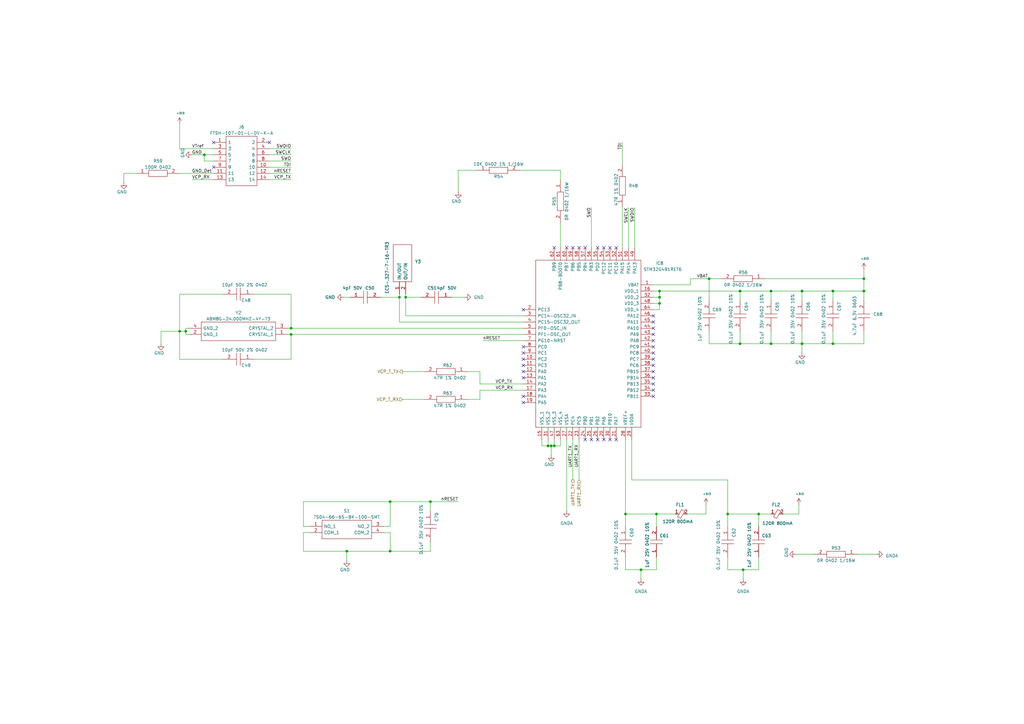
<source format=kicad_sch>
(kicad_sch (version 20230121) (generator eeschema)
  (paper "A3")
  (lib_symbols
    (symbol "AC0402FR-0710KL_1" (pin_names (offset 0.762))
      (property "Reference" "R" (at 13.97 6.35 0))
      (property "Value" "AC0402FR-0710KL_1" (at 13.97 3.81 0))
      (symbol "AC0402FR-0710KL_1_0_0"
        (pin passive line (at 0 0 0) (length 5.08) (name "~") (number "1"))
        (pin passive line (at 17.78 0 180) (length 5.08) (name "~") (number "2"))
      )
    )
    (symbol "power:+3V3" (power) (pin_names (offset 0))
      (property "Value" "+3V3" (at 0 3.556 0))
      (symbol "+3V3_1_1"
        (pin power_in line (at 0 0 90) (length 0) hide (name "+3V3") (number "1"))
      )
    )
    (symbol "power:GND" (power) (pin_names (offset 0))
      (property "Value" "GND" (at 0 -3.81 0))
      (symbol "GND_1_1"
        (pin power_in line (at 0 0 270) (length 0) hide (name "GND") (number "1"))
      )
    )
    (symbol "power:GNDA" (power) (pin_names (offset 0))
      (property "Value" "GNDA" (at 0 -3.81 0))
      (symbol "GNDA_1_1"
        (pin power_in line (at 0 0 270) (length 0) hide (name "GNDA") (number "1"))
      )
    )
    (symbol "usb_to_lan:47R 1% 0402" (pin_names (offset 0.762))
      (property "Reference" "R" (at 13.97 6.35 0))
      (property "Value" "47R 1% 0402" (at 13.97 3.81 0))
      (symbol "47R 1% 0402_0_0"
        (pin passive line (at 0 0 0) (length 5.08) (name "~") (number "1"))
        (pin passive line (at 17.78 0 180) (length 5.08) (name "~") (number "2"))
      )
    )
    (symbol "usb_to_lan:4pF 50V" (pin_names (offset 0.762))
      (property "Reference" "C" (at 8.89 6.35 0))
      (property "Value" "4pF 50V" (at 8.89 3.81 0))
      (symbol "4pF 50V_0_0"
        (pin passive line (at 0 0 0) (length 5.08) (name "~") (number "1"))
        (pin passive line (at 12.7 0 180) (length 5.08) (name "~") (number "2"))
      )
    )
    (symbol "usb_to_lan:ABM8G-24.000MHZ-4Y-T3" (pin_names (offset 0.762))
      (property "Reference" "Y" (at 36.83 7.62 0))
      (property "Value" "ABM8G-24.000MHZ-4Y-T3" (at 36.83 5.08 0))
      (symbol "ABM8G-24.000MHZ-4Y-T3_0_0"
        (pin passive line (at 40.64 -2.54 180) (length 5.08) (name "CRYSTAL_1") (number "1"))
        (pin passive line (at 0 -2.54 0) (length 5.08) (name "GND_1") (number "2"))
        (pin passive line (at 40.64 0 180) (length 5.08) (name "CRYSTAL_2") (number "3"))
        (pin passive line (at 0 0 0) (length 5.08) (name "GND_2") (number "4"))
      )
    )
    (symbol "usb_to_lan:BLM18AG121SN1D" (pin_names (offset 0.762))
      (property "Reference" "FL" (at 16.51 7.62 0))
      (property "Value" "BLM18AG121SN1D" (at 16.51 5.08 0))
      (symbol "BLM18AG121SN1D_1_1"
        (pin passive line (at 11.9888 3.5306 270) (length 1.27) (name "~") (number "1"))
        (pin passive line (at 11.9888 -1.5494 90) (length 1.27) (name "~") (number "2"))
      )
    )
    (symbol "usb_to_lan:CGA2B3X7R1V104K050BB" (pin_names (offset 0.762))
      (property "Reference" "C" (at 8.89 6.35 0))
      (property "Value" "CGA2B3X7R1V104K050BB" (at 8.89 3.81 0))
      (symbol "CGA2B3X7R1V104K050BB_0_0"
        (pin passive line (at 0 0 0) (length 5.08) (name "~") (number "1"))
        (pin passive line (at 12.7 0 180) (length 5.08) (name "~") (number "2"))
      )
    )
    (symbol "usb_to_lan:CRCW04020000ZSTD" (pin_names (offset 0.762))
      (property "Reference" "R" (at 13.97 6.35 0))
      (property "Value" "CRCW04020000ZSTD" (at 13.97 3.81 0))
      (symbol "CRCW04020000ZSTD_0_0"
        (pin passive line (at 0 0 0) (length 5.08) (name "~") (number "1"))
        (pin passive line (at 17.78 0 180) (length 5.08) (name "~") (number "2"))
      )
    )
    (symbol "usb_to_lan:CRCW0402100RFKEDC" (pin_names (offset 0.762))
      (property "Reference" "R" (at 13.97 6.35 0))
      (property "Value" "CRCW0402100RFKEDC" (at 13.97 3.81 0))
      (symbol "CRCW0402100RFKEDC_0_0"
        (pin passive line (at 0 0 0) (length 5.08) (name "~") (number "1"))
        (pin passive line (at 17.78 0 180) (length 5.08) (name "~") (number "2"))
      )
    )
    (symbol "usb_to_lan:ECS-.327-7-16-TR3" (pin_names (offset 0.762))
      (property "Reference" "Y" (at 21.59 7.62 0))
      (property "Value" "ECS-.327-7-16-TR3" (at 21.59 5.08 0))
      (symbol "ECS-.327-7-16-TR3_0_0"
        (pin passive line (at 0 0 0) (length 5.08) (name "IN/OUT") (number "1"))
        (pin passive line (at 0 -2.54 0) (length 5.08) (name "OUT/IN") (number "2"))
      )
    )
    (symbol "usb_to_lan:FTSH-107-01-L-DV-K-A" (pin_names (offset 0.762))
      (property "Reference" "J" (at 19.05 7.62 0))
      (property "Value" "FTSH-107-01-L-DV-K-A" (at 19.05 5.08 0))
      (symbol "FTSH-107-01-L-DV-K-A_0_0"
        (pin passive line (at 0 0 0) (length 5.08) (name "1") (number "1"))
        (pin passive line (at 22.86 -10.16 180) (length 5.08) (name "10") (number "10"))
        (pin passive line (at 0 -12.7 0) (length 5.08) (name "11") (number "11"))
        (pin passive line (at 22.86 -12.7 180) (length 5.08) (name "12") (number "12"))
        (pin passive line (at 0 -15.24 0) (length 5.08) (name "13") (number "13"))
        (pin passive line (at 22.86 -15.24 180) (length 5.08) (name "14") (number "14"))
        (pin passive line (at 22.86 0 180) (length 5.08) (name "2") (number "2"))
        (pin passive line (at 0 -2.54 0) (length 5.08) (name "3") (number "3"))
        (pin passive line (at 22.86 -2.54 180) (length 5.08) (name "4") (number "4"))
        (pin passive line (at 0 -5.08 0) (length 5.08) (name "5") (number "5"))
        (pin passive line (at 22.86 -5.08 180) (length 5.08) (name "6") (number "6"))
        (pin passive line (at 0 -7.62 0) (length 5.08) (name "7") (number "7"))
        (pin passive line (at 22.86 -7.62 180) (length 5.08) (name "8") (number "8"))
        (pin passive line (at 0 -10.16 0) (length 5.08) (name "9") (number "9"))
      )
    )
    (symbol "usb_to_lan:GJM1555C1H100GB01D" (pin_names (offset 0.762))
      (property "Reference" "C" (at 8.89 6.35 0))
      (property "Value" "GJM1555C1H100GB01D" (at 8.89 3.81 0))
      (symbol "GJM1555C1H100GB01D_0_0"
        (pin passive line (at 0 0 0) (length 5.08) (name "~") (number "1"))
        (pin passive line (at 12.7 0 180) (length 5.08) (name "~") (number "2"))
      )
    )
    (symbol "usb_to_lan:GRM155R61E105KA12D" (pin_names (offset 0.762))
      (property "Reference" "C" (at 8.89 6.35 0))
      (property "Value" "GRM155R61E105KA12D" (at 8.89 3.81 0))
      (symbol "GRM155R61E105KA12D_0_0"
        (pin passive line (at 0 0 0) (length 5.08) (name "~") (number "1"))
        (pin passive line (at 12.7 0 180) (length 5.08) (name "~") (number "2"))
      )
    )
    (symbol "usb_to_lan:JMK107BB7475KA-T" (pin_names (offset 0.762))
      (property "Reference" "C" (at 8.89 6.35 0))
      (property "Value" "JMK107BB7475KA-T" (at 8.89 3.81 0))
      (symbol "JMK107BB7475KA-T_0_0"
        (pin passive line (at 0 0 0) (length 5.08) (name "~") (number "1"))
        (pin passive line (at 12.7 0 180) (length 5.08) (name "~") (number "2"))
      )
    )
    (symbol "usb_to_lan:STM32G491RET6" (pin_names (offset 0.762))
      (property "Reference" "IC" (at 49.53 22.86 0))
      (property "Value" "STM32G491RET6" (at 49.53 20.32 0))
      (symbol "STM32G491RET6_0_0"
        (pin passive line (at 53.34 7.62 180) (length 5.08) (name "VBAT") (number "1"))
        (pin passive line (at 0 -22.86 0) (length 5.08) (name "PC2") (number "10"))
        (pin passive line (at 0 -25.4 0) (length 5.08) (name "PC3") (number "11"))
        (pin passive line (at 0 -27.94 0) (length 5.08) (name "PA0") (number "12"))
        (pin passive line (at 0 -30.48 0) (length 5.08) (name "PA1") (number "13"))
        (pin passive line (at 0 -33.02 0) (length 5.08) (name "PA2") (number "14"))
        (pin passive line (at 7.62 -55.88 90) (length 5.08) (name "VSS_1") (number "15"))
        (pin passive line (at 53.34 5.08 180) (length 5.08) (name "VDD_1") (number "16"))
        (pin passive line (at 0 -35.56 0) (length 5.08) (name "PA3") (number "17"))
        (pin passive line (at 0 -38.1 0) (length 5.08) (name "PA4") (number "18"))
        (pin passive line (at 0 -40.64 0) (length 5.08) (name "PA5") (number "19"))
        (pin passive line (at 0 -2.54 0) (length 5.08) (name "PC13") (number "2"))
        (pin passive line (at 33.02 -55.88 90) (length 5.08) (name "PA6") (number "20"))
        (pin passive line (at 38.1 -55.88 90) (length 5.08) (name "PA7") (number "21"))
        (pin passive line (at 20.32 -55.88 90) (length 5.08) (name "PC4") (number "22"))
        (pin passive line (at 22.86 -55.88 90) (length 5.08) (name "PC5") (number "23"))
        (pin passive line (at 25.4 -55.88 90) (length 5.08) (name "PB0") (number "24"))
        (pin passive line (at 27.94 -55.88 90) (length 5.08) (name "PB1") (number "25"))
        (pin passive line (at 30.48 -55.88 90) (length 5.08) (name "PB2") (number "26"))
        (pin passive line (at 17.78 -55.88 90) (length 5.08) (name "VSSA") (number "27"))
        (pin passive line (at 41.91 -55.88 90) (length 5.08) (name "VREF+") (number "28"))
        (pin passive line (at 44.45 -55.88 90) (length 5.08) (name "VDDA") (number "29"))
        (pin passive line (at 0 -5.08 0) (length 5.08) (name "PC14-OSC32_IN") (number "3"))
        (pin passive line (at 35.56 -55.88 90) (length 5.08) (name "PB10") (number "30"))
        (pin passive line (at 10.16 -55.88 90) (length 5.08) (name "VSS_2") (number "31"))
        (pin passive line (at 53.34 2.54 180) (length 5.08) (name "VDD_2") (number "32"))
        (pin passive line (at 53.34 -38.1 180) (length 5.08) (name "PB11") (number "33"))
        (pin passive line (at 53.34 -35.56 180) (length 5.08) (name "PB12") (number "34"))
        (pin passive line (at 53.34 -33.02 180) (length 5.08) (name "PB13") (number "35"))
        (pin passive line (at 53.34 -30.48 180) (length 5.08) (name "PB14") (number "36"))
        (pin passive line (at 53.34 -27.94 180) (length 5.08) (name "PB15") (number "37"))
        (pin passive line (at 53.34 -25.4 180) (length 5.08) (name "PC6") (number "38"))
        (pin passive line (at 53.34 -22.86 180) (length 5.08) (name "PC7") (number "39"))
        (pin passive line (at 0 -7.62 0) (length 5.08) (name "PC15-OSC32_OUT") (number "4"))
        (pin passive line (at 53.34 -20.32 180) (length 5.08) (name "PC8") (number "40"))
        (pin passive line (at 53.34 -17.78 180) (length 5.08) (name "PC9") (number "41"))
        (pin passive line (at 53.34 -15.24 180) (length 5.08) (name "PA8") (number "42"))
        (pin passive line (at 53.34 -12.7 180) (length 5.08) (name "PA9") (number "43"))
        (pin passive line (at 53.34 -10.16 180) (length 5.08) (name "PA10") (number "44"))
        (pin passive line (at 53.34 -7.62 180) (length 5.08) (name "PA11") (number "45"))
        (pin passive line (at 53.34 -5.08 180) (length 5.08) (name "PA12") (number "46"))
        (pin passive line (at 12.7 -55.88 90) (length 5.08) (name "VSS_3") (number "47"))
        (pin passive line (at 53.34 0 180) (length 5.08) (name "VDD_3") (number "48"))
        (pin passive line (at 45.72 22.86 270) (length 5.08) (name "PA13") (number "49"))
        (pin passive line (at 0 -10.16 0) (length 5.08) (name "PF0-OSC_IN") (number "5"))
        (pin passive line (at 43.18 22.86 270) (length 5.08) (name "PA14") (number "50"))
        (pin passive line (at 40.64 22.86 270) (length 5.08) (name "PA15") (number "51"))
        (pin passive line (at 38.1 22.86 270) (length 5.08) (name "PC10") (number "52"))
        (pin passive line (at 35.56 22.86 270) (length 5.08) (name "PC11") (number "53"))
        (pin passive line (at 33.02 22.86 270) (length 5.08) (name "PC12") (number "54"))
        (pin passive line (at 30.48 22.86 270) (length 5.08) (name "PD2") (number "55"))
        (pin passive line (at 27.94 22.86 270) (length 5.08) (name "PB3") (number "56"))
        (pin passive line (at 25.4 22.86 270) (length 5.08) (name "PB4") (number "57"))
        (pin passive line (at 22.86 22.86 270) (length 5.08) (name "PB5") (number "58"))
        (pin passive line (at 20.32 22.86 270) (length 5.08) (name "PB6") (number "59"))
        (pin passive line (at 0 -12.7 0) (length 5.08) (name "PF1-OSC_OUT") (number "6"))
        (pin passive line (at 17.78 22.86 270) (length 5.08) (name "PB7") (number "60"))
        (pin passive line (at 15.24 22.86 270) (length 5.08) (name "PB8-BOOT0") (number "61"))
        (pin passive line (at 12.7 22.86 270) (length 5.08) (name "PB9") (number "62"))
        (pin passive line (at 15.24 -55.88 90) (length 5.08) (name "VSS_4") (number "63"))
        (pin passive line (at 53.34 -2.54 180) (length 5.08) (name "VDD_4") (number "64"))
        (pin passive line (at 0 -15.24 0) (length 5.08) (name "PG10-NRST") (number "7"))
        (pin passive line (at 0 -17.78 0) (length 5.08) (name "PC0") (number "8"))
        (pin passive line (at 0 -20.32 0) (length 5.08) (name "PC1") (number "9"))
      )
    )
    (symbol "usb_to_lan:TS04-66-65-BK-100-SMT" (pin_names (offset 0.762))
      (property "Reference" "S" (at 26.67 7.62 0))
      (property "Value" "TS04-66-65-BK-100-SMT" (at 26.67 5.08 0))
      (symbol "TS04-66-65-BK-100-SMT_0_0"
        (pin passive line (at 0 0 0) (length 5.08) (name "NO_1") (number "1"))
        (pin passive line (at 0 -2.54 0) (length 5.08) (name "COM_1") (number "2"))
        (pin passive line (at 30.48 0 180) (length 5.08) (name "NO_2") (number "3"))
        (pin passive line (at 30.48 -2.54 180) (length 5.08) (name "COM_2") (number "4"))
      )
    )
  )
  (junction (at 256.54 210.82))
  (junction (at 354.33 119.38))
  (junction (at 290.83 114.3))
  (junction (at 270.51 121.92))
  (junction (at 270.51 124.46))
  (junction (at 119.38 134.62))
  (junction (at 311.15 210.82))
  (junction (at 176.53 205.74))
  (junction (at 304.8 233.68))
  (junction (at 303.53 119.38))
  (junction (at 160.02 205.74))
  (junction (at 119.38 137.16))
  (junction (at 227.33 182.88))
  (junction (at 73.66 135.89))
  (junction (at 160.02 226.06))
  (junction (at 316.23 140.97))
  (junction (at 328.93 119.38))
  (junction (at 163.83 121.92))
  (junction (at 262.89 233.68))
  (junction (at 224.79 182.88))
  (junction (at 298.45 210.82))
  (junction (at 226.06 182.88))
  (junction (at 166.37 121.92))
  (junction (at 142.24 226.06))
  (junction (at 270.51 119.38))
  (junction (at 341.63 119.38))
  (junction (at 269.24 210.82))
  (junction (at 83.82 63.5))
  (junction (at 341.63 140.97))
  (junction (at 328.93 140.97))
  (junction (at 303.53 140.97))
  (junction (at 76.2 135.89))
  (junction (at 316.23 119.38))
  (junction (at 354.33 114.3))
  (no_connect (at 214.63 144.78))
  (no_connect (at 214.63 147.32))
  (no_connect (at 214.63 149.86))
  (no_connect (at 214.63 152.4))
  (no_connect (at 214.63 154.94))
  (no_connect (at 214.63 142.24))
  (no_connect (at 232.41 101.6))
  (no_connect (at 234.95 101.6))
  (no_connect (at 237.49 101.6))
  (no_connect (at 240.03 101.6))
  (no_connect (at 267.97 134.62))
  (no_connect (at 267.97 132.08))
  (no_connect (at 267.97 129.54))
  (no_connect (at 267.97 137.16))
  (no_connect (at 214.63 127))
  (no_connect (at 245.11 101.6))
  (no_connect (at 227.33 101.6))
  (no_connect (at 247.65 101.6))
  (no_connect (at 250.19 101.6))
  (no_connect (at 252.73 101.6))
  (no_connect (at 267.97 162.56))
  (no_connect (at 214.63 165.1))
  (no_connect (at 214.63 162.56))
  (no_connect (at 267.97 160.02))
  (no_connect (at 267.97 157.48))
  (no_connect (at 267.97 154.94))
  (no_connect (at 267.97 152.4))
  (no_connect (at 267.97 149.86))
  (no_connect (at 267.97 147.32))
  (no_connect (at 267.97 144.78))
  (no_connect (at 267.97 142.24))
  (no_connect (at 267.97 139.7))
  (no_connect (at 252.73 180.34))
  (no_connect (at 247.65 180.34))
  (no_connect (at 250.19 180.34))
  (no_connect (at 240.03 180.34))
  (no_connect (at 242.57 180.34))
  (no_connect (at 245.11 180.34))
  (no_connect (at 110.49 58.42))
  (no_connect (at 87.63 58.42))
  (no_connect (at 87.63 68.58))
  (wire (pts (xy 328.93 123.19) (xy 328.93 119.38)))
  (wire (pts (xy 142.24 226.06) (xy 160.02 226.06)))
  (wire (pts (xy 76.2 135.89) (xy 76.2 137.16)))
  (wire (pts (xy 290.83 140.97) (xy 303.53 140.97)))
  (wire (pts (xy 255.27 85.09) (xy 255.27 101.6)))
  (wire (pts (xy 76.2 134.62) (xy 76.2 135.89)))
  (wire (pts (xy 328.93 140.97) (xy 328.93 144.78)))
  (wire (pts (xy 87.63 66.04) (xy 83.82 66.04)))
  (wire (pts (xy 110.49 68.58) (xy 119.38 68.58)))
  (wire (pts (xy 119.38 120.65) (xy 119.38 134.62)))
  (wire (pts (xy 229.87 180.34) (xy 229.87 182.88)))
  (wire (pts (xy 124.46 226.06) (xy 142.24 226.06)))
  (wire (pts (xy 142.24 226.06) (xy 142.24 229.87)))
  (wire (pts (xy 298.45 228.6) (xy 298.45 233.68)))
  (wire (pts (xy 341.63 123.19) (xy 341.63 119.38)))
  (wire (pts (xy 237.49 196.85) (xy 237.49 180.34)))
  (wire (pts (xy 354.33 140.97) (xy 354.33 135.89)))
  (wire (pts (xy 163.83 121.92) (xy 163.83 132.08)))
  (wire (pts (xy 73.66 60.96) (xy 87.63 60.96)))
  (wire (pts (xy 91.44 120.65) (xy 73.66 120.65)))
  (wire (pts (xy 187.96 78.74) (xy 187.96 69.85)))
  (wire (pts (xy 176.53 222.25) (xy 176.53 226.06)))
  (wire (pts (xy 354.33 114.3) (xy 354.33 119.38)))
  (wire (pts (xy 328.93 140.97) (xy 341.63 140.97)))
  (wire (pts (xy 176.53 226.06) (xy 160.02 226.06)))
  (wire (pts (xy 214.63 160.02) (xy 196.85 160.02)))
  (wire (pts (xy 73.66 135.89) (xy 76.2 135.89)))
  (wire (pts (xy 110.49 71.12) (xy 119.38 71.12)))
  (wire (pts (xy 226.06 182.88) (xy 226.06 186.69)))
  (wire (pts (xy 326.39 227.33) (xy 334.01 227.33)))
  (wire (pts (xy 303.53 140.97) (xy 316.23 140.97)))
  (wire (pts (xy 165.1 152.4) (xy 173.99 152.4)))
  (wire (pts (xy 187.96 69.85) (xy 195.58 69.85)))
  (wire (pts (xy 166.37 120.65) (xy 166.37 121.92)))
  (wire (pts (xy 341.63 135.89) (xy 341.63 140.97)))
  (wire (pts (xy 316.23 119.38) (xy 303.53 119.38)))
  (wire (pts (xy 341.63 140.97) (xy 354.33 140.97)))
  (wire (pts (xy 73.66 71.12) (xy 87.63 71.12)))
  (wire (pts (xy 270.51 124.46) (xy 270.51 127)))
  (wire (pts (xy 156.21 121.92) (xy 163.83 121.92)))
  (wire (pts (xy 270.51 119.38) (xy 303.53 119.38)))
  (wire (pts (xy 269.24 210.82) (xy 276.86 210.82)))
  (wire (pts (xy 257.81 85.09) (xy 257.81 101.6)))
  (wire (pts (xy 160.02 205.74) (xy 160.02 215.9)))
  (wire (pts (xy 316.23 140.97) (xy 328.93 140.97)))
  (wire (pts (xy 298.45 233.68) (xy 304.8 233.68)))
  (wire (pts (xy 127 218.44) (xy 124.46 218.44)))
  (wire (pts (xy 267.97 116.84) (xy 283.21 116.84)))
  (wire (pts (xy 262.89 233.68) (xy 262.89 237.49)))
  (wire (pts (xy 341.63 119.38) (xy 354.33 119.38)))
  (wire (pts (xy 119.38 147.32) (xy 119.38 137.16)))
  (wire (pts (xy 196.85 157.48) (xy 196.85 152.4)))
  (wire (pts (xy 118.11 137.16) (xy 119.38 137.16)))
  (wire (pts (xy 327.66 210.82) (xy 327.66 207.01)))
  (wire (pts (xy 354.33 110.49) (xy 354.33 114.3)))
  (wire (pts (xy 160.02 226.06) (xy 160.02 218.44)))
  (wire (pts (xy 196.85 160.02) (xy 196.85 163.83)))
  (wire (pts (xy 165.1 163.83) (xy 173.99 163.83)))
  (wire (pts (xy 50.8 74.93) (xy 50.8 71.12)))
  (wire (pts (xy 229.87 91.44) (xy 229.87 101.6)))
  (wire (pts (xy 267.97 124.46) (xy 270.51 124.46)))
  (wire (pts (xy 73.66 135.89) (xy 73.66 147.32)))
  (wire (pts (xy 303.53 135.89) (xy 303.53 140.97)))
  (wire (pts (xy 83.82 63.5) (xy 87.63 63.5)))
  (wire (pts (xy 119.38 137.16) (xy 214.63 137.16)))
  (wire (pts (xy 304.8 237.49) (xy 304.8 233.68)))
  (wire (pts (xy 110.49 63.5) (xy 119.38 63.5)))
  (wire (pts (xy 267.97 121.92) (xy 270.51 121.92)))
  (wire (pts (xy 283.21 116.84) (xy 283.21 114.3)))
  (wire (pts (xy 176.53 205.74) (xy 187.96 205.74)))
  (wire (pts (xy 256.54 180.34) (xy 256.54 210.82)))
  (wire (pts (xy 166.37 121.92) (xy 166.37 129.54)))
  (wire (pts (xy 172.72 121.92) (xy 166.37 121.92)))
  (wire (pts (xy 311.15 210.82) (xy 298.45 210.82)))
  (wire (pts (xy 298.45 210.82) (xy 298.45 215.9)))
  (wire (pts (xy 73.66 147.32) (xy 91.44 147.32)))
  (wire (pts (xy 229.87 182.88) (xy 227.33 182.88)))
  (wire (pts (xy 124.46 215.9) (xy 124.46 205.74)))
  (wire (pts (xy 303.53 123.19) (xy 303.53 119.38)))
  (wire (pts (xy 321.31 210.82) (xy 327.66 210.82)))
  (wire (pts (xy 160.02 215.9) (xy 157.48 215.9)))
  (wire (pts (xy 140.97 121.92) (xy 143.51 121.92)))
  (wire (pts (xy 124.46 205.74) (xy 160.02 205.74)))
  (wire (pts (xy 160.02 205.74) (xy 176.53 205.74)))
  (wire (pts (xy 328.93 119.38) (xy 316.23 119.38)))
  (wire (pts (xy 73.66 50.8) (xy 73.66 60.96)))
  (wire (pts (xy 313.69 114.3) (xy 354.33 114.3)))
  (wire (pts (xy 270.51 119.38) (xy 270.51 121.92)))
  (wire (pts (xy 226.06 182.88) (xy 224.79 182.88)))
  (wire (pts (xy 256.54 228.6) (xy 256.54 233.68)))
  (wire (pts (xy 118.11 134.62) (xy 119.38 134.62)))
  (wire (pts (xy 311.15 233.68) (xy 311.15 228.6)))
  (wire (pts (xy 73.66 120.65) (xy 73.66 135.89)))
  (wire (pts (xy 269.24 215.9) (xy 269.24 210.82)))
  (wire (pts (xy 351.79 227.33) (xy 359.41 227.33)))
  (wire (pts (xy 185.42 121.92) (xy 190.5 121.92)))
  (wire (pts (xy 196.85 163.83) (xy 191.77 163.83)))
  (wire (pts (xy 267.97 119.38) (xy 270.51 119.38)))
  (wire (pts (xy 270.51 127) (xy 267.97 127)))
  (wire (pts (xy 270.51 121.92) (xy 270.51 124.46)))
  (wire (pts (xy 269.24 228.6) (xy 269.24 233.68)))
  (wire (pts (xy 328.93 135.89) (xy 328.93 140.97)))
  (wire (pts (xy 289.56 210.82) (xy 289.56 207.01)))
  (wire (pts (xy 78.74 63.5) (xy 83.82 63.5)))
  (wire (pts (xy 311.15 215.9) (xy 311.15 210.82)))
  (wire (pts (xy 283.21 114.3) (xy 290.83 114.3)))
  (wire (pts (xy 110.49 60.96) (xy 119.38 60.96)))
  (wire (pts (xy 259.08 196.85) (xy 298.45 196.85)))
  (wire (pts (xy 163.83 132.08) (xy 214.63 132.08)))
  (wire (pts (xy 354.33 123.19) (xy 354.33 119.38)))
  (wire (pts (xy 227.33 180.34) (xy 227.33 182.88)))
  (wire (pts (xy 104.14 120.65) (xy 119.38 120.65)))
  (wire (pts (xy 242.57 85.09) (xy 242.57 101.6)))
  (wire (pts (xy 316.23 135.89) (xy 316.23 140.97)))
  (wire (pts (xy 256.54 210.82) (xy 256.54 215.9)))
  (wire (pts (xy 214.63 157.48) (xy 196.85 157.48)))
  (wire (pts (xy 290.83 135.89) (xy 290.83 140.97)))
  (wire (pts (xy 234.95 196.85) (xy 234.95 180.34)))
  (wire (pts (xy 304.8 233.68) (xy 311.15 233.68)))
  (wire (pts (xy 255.27 58.42) (xy 255.27 67.31)))
  (wire (pts (xy 229.87 73.66) (xy 229.87 69.85)))
  (wire (pts (xy 224.79 182.88) (xy 222.25 182.88)))
  (wire (pts (xy 213.36 69.85) (xy 229.87 69.85)))
  (wire (pts (xy 110.49 73.66) (xy 119.38 73.66)))
  (wire (pts (xy 196.85 152.4) (xy 191.77 152.4)))
  (wire (pts (xy 290.83 114.3) (xy 290.83 123.19)))
  (wire (pts (xy 198.12 139.7) (xy 214.63 139.7)))
  (wire (pts (xy 256.54 233.68) (xy 262.89 233.68)))
  (wire (pts (xy 104.14 147.32) (xy 119.38 147.32)))
  (wire (pts (xy 298.45 196.85) (xy 298.45 210.82)))
  (wire (pts (xy 224.79 180.34) (xy 224.79 182.88)))
  (wire (pts (xy 176.53 205.74) (xy 176.53 209.55)))
  (wire (pts (xy 66.04 135.89) (xy 73.66 135.89)))
  (wire (pts (xy 232.41 180.34) (xy 232.41 209.55)))
  (wire (pts (xy 110.49 66.04) (xy 119.38 66.04)))
  (wire (pts (xy 311.15 210.82) (xy 316.23 210.82)))
  (wire (pts (xy 50.8 71.12) (xy 55.88 71.12)))
  (wire (pts (xy 281.94 210.82) (xy 289.56 210.82)))
  (wire (pts (xy 77.47 134.62) (xy 76.2 134.62)))
  (wire (pts (xy 259.08 180.34) (xy 259.08 196.85)))
  (wire (pts (xy 83.82 66.04) (xy 83.82 63.5)))
  (wire (pts (xy 260.35 85.09) (xy 260.35 101.6)))
  (wire (pts (xy 78.74 73.66) (xy 87.63 73.66)))
  (wire (pts (xy 124.46 218.44) (xy 124.46 226.06)))
  (wire (pts (xy 66.04 140.97) (xy 66.04 135.89)))
  (wire (pts (xy 127 215.9) (xy 124.46 215.9)))
  (wire (pts (xy 290.83 114.3) (xy 295.91 114.3)))
  (wire (pts (xy 316.23 123.19) (xy 316.23 119.38)))
  (wire (pts (xy 76.2 137.16) (xy 77.47 137.16)))
  (wire (pts (xy 119.38 134.62) (xy 214.63 134.62)))
  (wire (pts (xy 163.83 120.65) (xy 163.83 121.92)))
  (wire (pts (xy 227.33 182.88) (xy 226.06 182.88)))
  (wire (pts (xy 222.25 182.88) (xy 222.25 180.34)))
  (wire (pts (xy 341.63 119.38) (xy 328.93 119.38)))
  (wire (pts (xy 166.37 129.54) (xy 214.63 129.54)))
  (wire (pts (xy 160.02 218.44) (xy 157.48 218.44)))
  (wire (pts (xy 262.89 233.68) (xy 269.24 233.68)))
  (wire (pts (xy 269.24 210.82) (xy 256.54 210.82)))
  (label "GND_Det" (at 78.74 71.12 0))
  (label "VCP_RX" (at 203.2 160.02 0))
  (label "TDI" (at 255.27 58.42 270))
  (label "VCP_TX" (at 203.2 157.48 0))
  (label "SWDIO" (at 119.38 60.96 180))
  (label "UART1_RX" (at 237.49 191.77 90))
  (label "nRESET" (at 198.12 139.7 0))
  (label "TDI" (at 119.38 68.58 180))
  (label "SWO" (at 242.57 85.09 270))
  (label "GND" (at 78.74 63.5 0))
  (label "nRESET" (at 187.96 205.74 180))
  (label "SWCLK" (at 119.38 63.5 180))
  (label "VCP_RX" (at 78.74 73.66 0))
  (label "VBAT" (at 285.75 114.3 0))
  (label "SWDIO" (at 260.35 85.09 270))
  (label "VTref" (at 78.74 60.96 0))
  (label "nRESET" (at 119.38 71.12 180))
  (label "SWO" (at 119.38 66.04 180))
  (label "UART1_TX" (at 234.95 191.77 90))
  (label "VCP_TX" (at 119.38 73.66 180))
  (label "SWCLK" (at 257.81 85.09 270))
  (hierarchical_label "UART1_TX" (shape output) (at 234.95 196.85 270))
  (hierarchical_label "VCP_T_RX" (shape input) (at 165.1 163.83 180))
  (hierarchical_label "VCP_T_TX" (shape output) (at 165.1 152.4 180))
  (hierarchical_label "UART1_RX" (shape input) (at 237.49 196.85 270))
  (symbol (lib_id "usb_to_lan:4pF 50V") (at 143.51 121.92 0) (unit 1)
    (property "Reference" "C50" (at 153.67 118.11 0) (effects (justify right)))
    (property "Value" "4pF 50V" (at 148.59 118.11 0) (effects (justify right)))
    (property "Footprint" "R_0402_1005Metric" (effects hide))
    (property "Description" "Multilayer Ceramic Capacitors MLCC - SMD/SMT 50V 4pF C0G 0402 Tol 0.25pF" (effects hide))
    (property "Height" "0.55" (effects hide))
    (property "Manufacturer_Name" "Yageo" (effects hide))
    (property "Manufacturer_Part_Number" "CQ0402CRNPO9BN4R0" (effects hide))
  )
  (symbol (lib_id "usb_to_lan:BLM18AG121SN1D") (at 280.3906 222.8088 90) (unit 1)
    (property "Reference" "FL1" (at 280.67 207.01 90) (effects (justify left)))
    (property "Value" "120R 800mA" (at 284.2006 213.9188 90) (effects (justify left)))
    (property "Footprint" "BLM18AG102BH1D" (effects hide))
    (property "Datasheet" "https://www.murata.com/en-us/products/productdetail?partno=BLM18AG121SN1%23" (effects hide))
    (property "Description" "BLM18_N1D Series EMI Suppression Filter 120+/-25% at 100MHz 800mA @85" (effects hide))
    (property "Height" "0.95" (effects hide))
    (property "Manufacturer_Name" "Murata Electronics" (effects hide))
    (property "Manufacturer_Part_Number" "BLM18AG121SN1D" (effects hide))
    (property "Mouser Part Number" "81-BLM11A121S" (effects hide))
    (property "Mouser Price/Stock" "https://www.mouser.co.uk/ProductDetail/Murata-Electronics/BLM18AG121SN1D?qs=Ib8N9n9oTqMkWdWNokwk3w%3D%3D" (effects hide))
    (property "Arrow Part Number" "BLM18AG121SN1D" (effects hide))
    (property "Arrow Price/Stock" "https://www.arrow.com/en/products/blm18ag121sn1d/murata-manufacturing?region=nac" (effects hide))
  )
  (symbol (lib_id "usb_to_lan:CGA2B3X7R1V104K050BB") (at 176.53 209.55 270) (unit 1)
    (property "Reference" "C70" (at 179.07 212.09 0))
    (property "Value" "0.1uF 35V 0402 10%" (at 172.72 217.17 0))
    (property "Footprint" "C_0402_1005Metric" (effects hide))
    (property "Datasheet" "https://datasheet.datasheetarchive.com/originals/distributors/Datasheets-DGA20/25667.pdf" (effects hide))
    (property "Description" "Capacitor Auto CGA 0402 35V 100nF X7R" (effects hide))
    (property "Height" "0.55" (effects hide))
    (property "Manufacturer_Name" "TDK" (effects hide))
    (property "Manufacturer_Part_Number" "CGA2B3X7R1V104K050BB" (effects hide))
    (property "Mouser Part Number" "810-CGA2B3X7R1V104K" (effects hide))
    (property "Mouser Price/Stock" "https://www.mouser.co.uk/ProductDetail/TDK/CGA2B3X7R1V104K050BB?qs=NRhsANhppD%252Bp9zWDEim%2FoA%3D%3D" (effects hide))
    (property "Arrow Part Number" "CGA2B3X7R1V104K050BB" (effects hide))
    (property "Arrow Price/Stock" "https://www.arrow.com/en/products/cga2b3x7r1v104k050bb/tdk?region=nac" (effects hide))
  )
  (symbol (lib_id "power:+3V3") (at 289.56 207.01 0) (unit 1)
    (property "Reference" "#PWR0103" (effects hide))
    (property "Value" "+3V3" (at 289.941 202.6158 0) (effects (font (size 0.8 0.8))))
  )
  (symbol (lib_id "power:GND") (at 142.24 229.87 0) (unit 1)
    (property "Reference" "#PWR056" (effects hide))
    (property "Value" "GND" (at 143.51 233.68 0) (effects (justify right)))
  )
  (symbol (lib_id "usb_to_lan:47R 1% 0402") (at 191.77 163.83 180) (unit 1)
    (property "Reference" "R63" (at 181.61 161.29 0) (effects (justify right)))
    (property "Value" "47R 1% 0402" (at 177.8 166.37 0) (effects (justify right)))
    (property "Footprint" "R_0402_1005Metric" (effects hide))
    (property "Datasheet" "https://www.bourns.com/pdfs/CR0402.pdf" (effects hide))
    (property "Description" "Bourns Chip Resistors CR0402 series 47R0" (effects hide))
    (property "Height" "0.4" (effects hide))
    (property "Manufacturer_Name" "Bourns" (effects hide))
    (property "Manufacturer_Part_Number" "CR0402-FX-47R0GLF" (effects hide))
  )
  (symbol (lib_id "usb_to_lan:TS04-66-65-BK-100-SMT") (at 127 215.9 0) (unit 1)
    (property "Reference" "S1" (at 142.24 209.55 0))
    (property "Value" "TS04-66-65-BK-100-SMT" (at 142.24 212.09 0))
    (property "Footprint" "TS046665BK100SMT" (effects hide))
    (property "Datasheet" "https://www.cuidevices.com/product/resource/ts04.pdf" (effects hide))
    (property "Description" "Tactile Switches 6 x 6 mm, 6.5 mm Act Height, 100 gf, Black, Surface Mount, SPST," (effects hide))
    (property "Height" "6.7" (effects hide))
    (property "Manufacturer_Name" "CUI Inc." (effects hide))
    (property "Manufacturer_Part_Number" "TS04-66-65-BK-100-SMT" (effects hide))
    (property "Mouser Part Number" "179-TS046665BK100SMT" (effects hide))
    (property "Mouser Price/Stock" "https://www.mouser.co.uk/ProductDetail/CUI-Devices/TS04-66-65-BK-100-SMT?qs=A6eO%252BMLsxmTlxdd7LvEadg%3D%3D" (effects hide))
    (property "Arrow Part Number" "TS04-66-65-BK-100-SMT" (effects hide))
    (property "Arrow Price/Stock" "https://www.arrow.com/en/products/ts04-66-65-bk-100-smt/cui-devices?region=nac" (effects hide))
  )
  (symbol (lib_id "usb_to_lan:FTSH-107-01-L-DV-K-A") (at 87.63 58.42 0) (unit 1)
    (property "Reference" "J6" (at 99.06 52.07 0))
    (property "Value" "FTSH-107-01-L-DV-K-A" (at 99.06 54.61 0))
    (property "Footprint" "FTSH-107-XX-YYY-DV-K-A" (effects hide))
    (property "Datasheet" "http://suddendocs.samtec.com/prints/ftsh-1xx-xx-xxx-dv-xxx-xxx-mkt.pdf" (effects hide))
    (property "Description" "14 position, High Reliability Header Strips, 0.050&quot; pitch, Dual-Row Vertical" (effects hide))
    (property "Manufacturer_Name" "SAMTEC" (effects hide))
    (property "Manufacturer_Part_Number" "FTSH-107-01-L-DV-K-A" (effects hide))
    (property "Mouser Part Number" "200-FTSH10701LDVKA" (effects hide))
    (property "Mouser Price/Stock" "https://www.mouser.co.uk/ProductDetail/Samtec/FTSH-107-01-L-DV-K-A?qs=PB6%2FjmICvI3xEHFou4PhNg%3D%3D" (effects hide))
    (property "Arrow Part Number" "FTSH-107-01-L-DV-K-A" (effects hide))
    (property "Arrow Price/Stock" "https://www.arrow.com/en/products/ftsh-107-01-l-dv-k-a/samtec?region=nac" (effects hide))
  )
  (symbol (lib_id "power:GND") (at 187.96 78.74 0) (unit 1)
    (property "Reference" "#PWR050" (effects hide))
    (property "Value" "GND" (at 189.23 82.55 0) (effects (justify right)))
  )
  (symbol (lib_id "power:GND") (at 328.93 144.78 0) (unit 1)
    (property "Reference" "#PWR048" (effects hide))
    (property "Value" "GND" (at 330.2 148.59 0) (effects (justify right)))
  )
  (symbol (lib_id "power:+3V3") (at 354.33 110.49 0) (unit 1)
    (property "Reference" "#PWR053" (effects hide))
    (property "Value" "+3V3" (at 354.711 106.0958 0) (effects (font (size 0.8 0.8))))
  )
  (symbol (lib_id "usb_to_lan:CGA2B3X7R1V104K050BB") (at 298.45 215.9 270) (unit 1)
    (property "Reference" "C62" (at 300.99 218.44 0))
    (property "Value" "0.1uF 35V 0402 10%" (at 294.64 223.52 0))
    (property "Footprint" "C_0402_1005Metric" (effects hide))
    (property "Datasheet" "https://datasheet.datasheetarchive.com/originals/distributors/Datasheets-DGA20/25667.pdf" (effects hide))
    (property "Description" "Capacitor Auto CGA 0402 35V 100nF X7R" (effects hide))
    (property "Height" "0.55" (effects hide))
    (property "Manufacturer_Name" "TDK" (effects hide))
    (property "Manufacturer_Part_Number" "CGA2B3X7R1V104K050BB" (effects hide))
    (property "Mouser Part Number" "810-CGA2B3X7R1V104K" (effects hide))
    (property "Mouser Price/Stock" "https://www.mouser.co.uk/ProductDetail/TDK/CGA2B3X7R1V104K050BB?qs=NRhsANhppD%252Bp9zWDEim%2FoA%3D%3D" (effects hide))
    (property "Arrow Part Number" "CGA2B3X7R1V104K050BB" (effects hide))
    (property "Arrow Price/Stock" "https://www.arrow.com/en/products/cga2b3x7r1v104k050bb/tdk?region=nac" (effects hide))
  )
  (symbol (lib_id "power:GND") (at 78.74 63.5 270) (unit 1)
    (property "Reference" "#PWR055" (effects hide))
    (property "Value" "GND" (at 74.93 64.77 0) (effects (justify right)))
  )
  (symbol (lib_id "power:GND") (at 50.8 74.93 0) (unit 1)
    (property "Reference" "#PWR032" (effects hide))
    (property "Value" "GND" (at 52.07 78.74 0) (effects (justify right)))
  )
  (symbol (lib_id "power:GND") (at 226.06 186.69 0) (unit 1)
    (property "Reference" "#PWR051" (effects hide))
    (property "Value" "GND" (at 227.33 190.5 0) (effects (justify right)))
  )
  (symbol (lib_id "usb_to_lan:CRCW0402100RFKEDC") (at 55.88 71.12 0) (unit 1)
    (property "Reference" "R59" (at 64.77 66.04 0))
    (property "Value" "100R 0402" (at 64.77 68.58 0))
    (property "Footprint" "R_0402_1005Metric" (effects hide))
    (property "Datasheet" "https://www.mouser.co.uk/datasheet/2/427/crcwce3-1223726.pdf" (effects hide))
    (property "Description" "VISHAY - CRCW0402100RFKEDC - D10/CRCW0402-C 100 100R 1% ET7 E3" (effects hide))
    (property "Height" "0.35" (effects hide))
    (property "Manufacturer_Name" "Vishay" (effects hide))
    (property "Manufacturer_Part_Number" "CRCW0402100RFKEDC" (effects hide))
    (property "Mouser Part Number" "71-CRCW0402100RFKEDC" (effects hide))
    (property "Mouser Price/Stock" "https://www.mouser.co.uk/ProductDetail/Vishay-Dale/CRCW0402100RFKEDC?qs=E3Y5ESvWgWO1aKOdrdIvbA%3D%3D" (effects hide))
    (property "Arrow Part Number" "CRCW0402100RFKEDC" (effects hide))
    (property "Arrow Price/Stock" "https://www.arrow.com/en/products/crcw0402100rfkedc/vishay?region=nac" (effects hide))
  )
  (symbol (lib_id "power:+3V3") (at 327.66 207.01 0) (unit 1)
    (property "Reference" "#PWR0102" (effects hide))
    (property "Value" "+3V3" (at 328.041 202.6158 0) (effects (font (size 0.8 0.8))))
  )
  (symbol (lib_id "usb_to_lan:BLM18AG121SN1D") (at 319.7606 222.8088 90) (unit 1)
    (property "Reference" "FL2" (at 320.04 207.01 90) (effects (justify left)))
    (property "Value" "120R 800mA" (at 325.12 214.63 90) (effects (justify left)))
    (property "Footprint" "BLM18AG102BH1D" (effects hide))
    (property "Datasheet" "https://www.murata.com/en-us/products/productdetail?partno=BLM18AG121SN1%23" (effects hide))
    (property "Description" "BLM18_N1D Series EMI Suppression Filter 120+/-25% at 100MHz 800mA @85" (effects hide))
    (property "Height" "0.95" (effects hide))
    (property "Manufacturer_Name" "Murata Electronics" (effects hide))
    (property "Manufacturer_Part_Number" "BLM18AG121SN1D" (effects hide))
    (property "Mouser Part Number" "81-BLM11A121S" (effects hide))
    (property "Mouser Price/Stock" "https://www.mouser.co.uk/ProductDetail/Murata-Electronics/BLM18AG121SN1D?qs=Ib8N9n9oTqMkWdWNokwk3w%3D%3D" (effects hide))
    (property "Arrow Part Number" "BLM18AG121SN1D" (effects hide))
    (property "Arrow Price/Stock" "https://www.arrow.com/en/products/blm18ag121sn1d/murata-manufacturing?region=nac" (effects hide))
  )
  (symbol (lib_id "power:GNDA") (at 304.8 237.49 0) (unit 1)
    (property "Reference" "#PWR046" (effects hide))
    (property "Value" "GNDA" (at 304.8 242.57 0))
  )
  (symbol (lib_id "usb_to_lan:4pF 50V") (at 185.42 121.92 180) (unit 1)
    (property "Reference" "C51" (at 175.26 118.11 0) (effects (justify right)))
    (property "Value" "4pF 50V" (at 179.07 118.11 0) (effects (justify right)))
    (property "Footprint" "R_0402_1005Metric" (effects hide))
    (property "Description" "Multilayer Ceramic Capacitors MLCC - SMD/SMT 50V 4pF C0G 0402 Tol 0.25pF" (effects hide))
    (property "Height" "0.55" (effects hide))
    (property "Manufacturer_Name" "Yageo" (effects hide))
    (property "Manufacturer_Part_Number" "CQ0402CRNPO9BN4R0" (effects hide))
  )
  (symbol (lib_id "usb_to_lan:JMK107BB7475KA-T") (at 354.33 135.89 90) (unit 1)
    (property "Reference" "C68" (at 358.14 128.905 90) (effects (justify right)))
    (property "Value" "4.7uF 6.3V 0603" (at 350.52 129.54 0))
    (property "Footprint" "CAPC1608X90N" (effects hide))
    (property "Datasheet" "https://componentsearchengine.com/Datasheets/1/JMK107BB7475KA-T.pdf" (effects hide))
    (property "Description" "Taiyo Yuden JMK107BB7475KA-T 4.7F MLCC 6.3V dc +/-10% Tolerance SMD" (effects hide))
    (property "Height" "0.9" (effects hide))
    (property "Manufacturer_Name" "TAIYO YUDEN" (effects hide))
    (property "Manufacturer_Part_Number" "JMK107BB7475KA-T" (effects hide))
    (property "Mouser Part Number" "963-JMK107BB7475KA-T" (effects hide))
    (property "Mouser Price/Stock" "https://www.mouser.co.uk/ProductDetail/Taiyo-Yuden/JMK107BB7475KA-T/?qs=Va%252BXcMGJzEswq6AuVGoq3Q%3D%3D" (effects hide))
    (property "Arrow Part Number" "JMK107BB7475KA-T" (effects hide))
    (property "Arrow Price/Stock" "https://www.arrow.com/en/products/jmk107bb7475ka-t/taiyo-yuden" (effects hide))
  )
  (symbol (lib_id "usb_to_lan:CGA2B3X7R1V104K050BB") (at 341.63 123.19 270) (unit 1)
    (property "Reference" "C67" (at 344.17 125.73 0))
    (property "Value" "0.1uF 35V 0402 10%" (at 337.82 130.81 0))
    (property "Footprint" "C_0402_1005Metric" (effects hide))
    (property "Datasheet" "https://datasheet.datasheetarchive.com/originals/distributors/Datasheets-DGA20/25667.pdf" (effects hide))
    (property "Description" "Capacitor Auto CGA 0402 35V 100nF X7R" (effects hide))
    (property "Height" "0.55" (effects hide))
    (property "Manufacturer_Name" "TDK" (effects hide))
    (property "Manufacturer_Part_Number" "CGA2B3X7R1V104K050BB" (effects hide))
    (property "Mouser Part Number" "810-CGA2B3X7R1V104K" (effects hide))
    (property "Mouser Price/Stock" "https://www.mouser.co.uk/ProductDetail/TDK/CGA2B3X7R1V104K050BB?qs=NRhsANhppD%252Bp9zWDEim%2FoA%3D%3D" (effects hide))
    (property "Arrow Part Number" "CGA2B3X7R1V104K050BB" (effects hide))
    (property "Arrow Price/Stock" "https://www.arrow.com/en/products/cga2b3x7r1v104k050bb/tdk?region=nac" (effects hide))
  )
  (symbol (lib_id "usb_to_lan:GRM155R61E105KA12D") (at 269.24 228.6 90) (unit 1)
    (property "Reference" "C61" (at 270.51 219.71 90) (effects (justify right)))
    (property "Value" "1uF 25V 0402 10%" (at 265.43 223.52 0))
    (property "Footprint" "C_0402_1005Metric" (effects hide))
    (property "Datasheet" "https://psearch.en.murata.com/capacitor/product/GRM155R61E105KA12%23.html" (effects hide))
    (property "Description" "MURATA - GRM155R61E105KA12D - CAP, MLCC, X5R, 1UF, 25V, 0402" (effects hide))
    (property "Height" "0.55" (effects hide))
    (property "Manufacturer_Name" "Murata Electronics" (effects hide))
    (property "Manufacturer_Part_Number" "GRM155R61E105KA12D" (effects hide))
    (property "Mouser Part Number" "81-GRM155R61E105KA2D" (effects hide))
    (property "Mouser Price/Stock" "https://www.mouser.co.uk/ProductDetail/Murata-Electronics/GRM155R61E105KA12D?qs=hiffU4J9V6bE4a81t2Mv5A%3D%3D" (effects hide))
    (property "Arrow Part Number" "GRM155R61E105KA12D" (effects hide))
    (property "Arrow Price/Stock" "https://www.arrow.com/en/products/grm155r61e105ka12d/murata-manufacturing?region=nac" (effects hide))
  )
  (symbol (lib_name "AC0402FR-0710KL_1") (lib_id "usb_to_lan:AC0402FR-0710KL") (at 195.58 69.85 0) (unit 1)
    (property "Reference" "R54" (at 204.47 72.39 0))
    (property "Value" "10K 0402 1% 1/16W" (at 204.47 67.31 0))
    (property "Footprint" "R_0402_1005Metric" (effects hide))
    (property "Datasheet" "https://www.yageo.com/upload/media/product/productsearch/datasheet/rchip/PYu-AC_51_RoHS_L_7.pdf" (effects hide))
    (property "Description" "Yageo 10k, 0402 Thick Film Resistor 1% 0.0625W - AC0402FR-0710KL" (effects hide))
    (property "Height" "0.37" (effects hide))
    (property "Manufacturer_Name" "YAGEO (PHYCOMP)" (effects hide))
    (property "Manufacturer_Part_Number" "AC0402FR-0710KL" (effects hide))
    (property "Mouser Part Number" "603-AC0402FR-0710KL" (effects hide))
    (property "Mouser Price/Stock" "https://www.mouser.co.uk/ProductDetail/Yageo/AC0402FR-0710KL?qs=yhV1fb9g%2FKYkR5U3B7upEQ%3D%3D" (effects hide))
    (property "Arrow Part Number" "AC0402FR-0710KL" (effects hide))
    (property "Arrow Price/Stock" "https://www.arrow.com/en/products/ac0402fr-0710kl/yageo" (effects hide))
  )
  (symbol (lib_id "usb_to_lan:CRCW04020000ZSTD") (at 351.79 227.33 180) (unit 1)
    (property "Reference" "R53" (at 342.9 224.79 0))
    (property "Value" "0R 0402 1/16W" (at 342.9 229.87 0))
    (property "Footprint" "R_0402_1005Metric" (effects hide))
    (property "Datasheet" "http://www.vishay.com/docs/20035/dcrcwe3.pdf" (effects hide))
    (property "Description" "VISHAY - CRCW04020000ZSTD - THICK FILM CHIP RESISTOR" (effects hide))
    (property "Height" "0.4" (effects hide))
    (property "Manufacturer_Name" "Vishay" (effects hide))
    (property "Manufacturer_Part_Number" "CRCW04020000ZSTD" (effects hide))
    (property "Mouser Part Number" "71-CRCW0402-0" (effects hide))
    (property "Mouser Price/Stock" "https://www.mouser.co.uk/ProductDetail/Vishay-Dale/CRCW04020000ZSTD?qs=AJvmYBTtL3KlEwrcT6QFfQ%3D%3D" (effects hide))
    (property "Arrow Part Number" "CRCW04020000ZSTD" (effects hide))
    (property "Arrow Price/Stock" "https://www.arrow.com/en/products/crcw04020000zstd/vishay?region=nac" (effects hide))
  )
  (symbol (lib_id "power:GNDA") (at 262.89 237.49 0) (unit 1)
    (property "Reference" "#PWR0104" (effects hide))
    (property "Value" "GNDA" (at 262.89 242.57 0))
  )
  (symbol (lib_id "usb_to_lan:CRCW04020000ZSTD") (at 313.69 114.3 180) (unit 1)
    (property "Reference" "R56" (at 304.8 111.76 0))
    (property "Value" "0R 0402 1/16W" (at 304.8 116.84 0))
    (property "Footprint" "R_0402_1005Metric" (effects hide))
    (property "Datasheet" "http://www.vishay.com/docs/20035/dcrcwe3.pdf" (effects hide))
    (property "Description" "VISHAY - CRCW04020000ZSTD - THICK FILM CHIP RESISTOR" (effects hide))
    (property "Height" "0.4" (effects hide))
    (property "Manufacturer_Name" "Vishay" (effects hide))
    (property "Manufacturer_Part_Number" "CRCW04020000ZSTD" (effects hide))
    (property "Mouser Part Number" "71-CRCW0402-0" (effects hide))
    (property "Mouser Price/Stock" "https://www.mouser.co.uk/ProductDetail/Vishay-Dale/CRCW04020000ZSTD?qs=AJvmYBTtL3KlEwrcT6QFfQ%3D%3D" (effects hide))
    (property "Arrow Part Number" "CRCW04020000ZSTD" (effects hide))
    (property "Arrow Price/Stock" "https://www.arrow.com/en/products/crcw04020000zstd/vishay?region=nac" (effects hide))
  )
  (symbol (lib_id "usb_to_lan:47R 1% 0402") (at 255.27 85.09 90) (unit 1)
    (property "Reference" "R48" (at 257.81 76.2 90) (effects (justify right)))
    (property "Value" "47R 1% 0402" (at 252.73 71.12 0) (effects (justify right)))
    (property "Footprint" "R_0402_1005Metric" (effects hide))
    (property "Datasheet" "https://www.bourns.com/pdfs/CR0402.pdf" (effects hide))
    (property "Description" "Bourns Chip Resistors CR0402 series 47R0" (effects hide))
    (property "Height" "0.4" (effects hide))
    (property "Manufacturer_Name" "Bourns" (effects hide))
    (property "Manufacturer_Part_Number" "CR0402-FX-47R0GLF" (effects hide))
  )
  (symbol (lib_id "usb_to_lan:CGA2B3X7R1V104K050BB") (at 328.93 123.19 270) (unit 1)
    (property "Reference" "C66" (at 331.47 125.73 0))
    (property "Value" "0.1uF 35V 0402 10%" (at 325.12 130.81 0))
    (property "Footprint" "C_0402_1005Metric" (effects hide))
    (property "Datasheet" "https://datasheet.datasheetarchive.com/originals/distributors/Datasheets-DGA20/25667.pdf" (effects hide))
    (property "Description" "Capacitor Auto CGA 0402 35V 100nF X7R" (effects hide))
    (property "Height" "0.55" (effects hide))
    (property "Manufacturer_Name" "TDK" (effects hide))
    (property "Manufacturer_Part_Number" "CGA2B3X7R1V104K050BB" (effects hide))
    (property "Mouser Part Number" "810-CGA2B3X7R1V104K" (effects hide))
    (property "Mouser Price/Stock" "https://www.mouser.co.uk/ProductDetail/TDK/CGA2B3X7R1V104K050BB?qs=NRhsANhppD%252Bp9zWDEim%2FoA%3D%3D" (effects hide))
    (property "Arrow Part Number" "CGA2B3X7R1V104K050BB" (effects hide))
    (property "Arrow Price/Stock" "https://www.arrow.com/en/products/cga2b3x7r1v104k050bb/tdk?region=nac" (effects hide))
  )
  (symbol (lib_id "usb_to_lan:CRCW04020000ZSTD") (at 229.87 73.66 270) (unit 1) (in_bom no)
    (property "Reference" "R55" (at 227.33 82.55 0))
    (property "Value" "0R 0402 1/16W" (at 232.41 82.55 0))
    (property "Footprint" "R_0402_1005Metric" (effects hide))
    (property "Datasheet" "http://www.vishay.com/docs/20035/dcrcwe3.pdf" (effects hide))
    (property "Description" "VISHAY - CRCW04020000ZSTD - THICK FILM CHIP RESISTOR" (effects hide))
    (property "Height" "0.4" (effects hide))
    (property "Manufacturer_Name" "Vishay" (effects hide))
    (property "Manufacturer_Part_Number" "CRCW04020000ZSTD" (effects hide))
    (property "Mouser Part Number" "71-CRCW0402-0" (effects hide))
    (property "Mouser Price/Stock" "https://www.mouser.co.uk/ProductDetail/Vishay-Dale/CRCW04020000ZSTD?qs=AJvmYBTtL3KlEwrcT6QFfQ%3D%3D" (effects hide))
    (property "Arrow Part Number" "CRCW04020000ZSTD" (effects hide))
    (property "Arrow Price/Stock" "https://www.arrow.com/en/products/crcw04020000zstd/vishay?region=nac" (effects hide))
  )
  (symbol (lib_id "usb_to_lan:GRM155R61E105KA12D") (at 311.15 228.6 90) (unit 1)
    (property "Reference" "C63" (at 312.42 219.71 90) (effects (justify right)))
    (property "Value" "1uF 25V 0402 10%" (at 307.34 223.52 0))
    (property "Footprint" "C_0402_1005Metric" (effects hide))
    (property "Datasheet" "https://psearch.en.murata.com/capacitor/product/GRM155R61E105KA12%23.html" (effects hide))
    (property "Description" "MURATA - GRM155R61E105KA12D - CAP, MLCC, X5R, 1UF, 25V, 0402" (effects hide))
    (property "Height" "0.55" (effects hide))
    (property "Manufacturer_Name" "Murata Electronics" (effects hide))
    (property "Manufacturer_Part_Number" "GRM155R61E105KA12D" (effects hide))
    (property "Mouser Part Number" "81-GRM155R61E105KA2D" (effects hide))
    (property "Mouser Price/Stock" "https://www.mouser.co.uk/ProductDetail/Murata-Electronics/GRM155R61E105KA12D?qs=hiffU4J9V6bE4a81t2Mv5A%3D%3D" (effects hide))
    (property "Arrow Part Number" "GRM155R61E105KA12D" (effects hide))
    (property "Arrow Price/Stock" "https://www.arrow.com/en/products/grm155r61e105ka12d/murata-manufacturing?region=nac" (effects hide))
  )
  (symbol (lib_id "usb_to_lan:GJM1555C1H100GB01D") (at 104.14 147.32 180) (unit 1)
    (property "Reference" "C49" (at 102.87 149.86 0) (effects (justify left)))
    (property "Value" "10pF 50V 2% 0402" (at 100.33 143.51 0))
    (property "Footprint" "C_0402_1005Metric" (effects hide))
    (property "Datasheet" "https://psearch.en.murata.com/capacitor/product/GJM1555C1H100GB01%23.html" (effects hide))
    (property "Description" "Capacitor GJM15_0.10 L=1.0mm W=0.5mm T=0.5mm" (effects hide))
    (property "Height" "0.55" (effects hide))
    (property "Manufacturer_Name" "Murata Electronics" (effects hide))
    (property "Manufacturer_Part_Number" "GJM1555C1H100GB01D" (effects hide))
    (property "Mouser Part Number" "81-GJM1555C1H100GB01" (effects hide))
    (property "Mouser Price/Stock" "https://www.mouser.co.uk/ProductDetail/Murata-Electronics/GJM1555C1H100GB01D?qs=wg6chLqwgwrVpLICke%2FDeA%3D%3D" (effects hide))
    (property "Arrow Part Number" "GJM1555C1H100GB01D" (effects hide))
    (property "Arrow Price/Stock" "https://www.arrow.com/en/products/gjm1555c1h100gb01d/murata-manufacturing" (effects hide))
  )
  (symbol (lib_id "usb_to_lan:ABM8G-24.000MHZ-4Y-T3") (at 77.47 134.62 0) (unit 1)
    (property "Reference" "Y2" (at 97.79 128.27 0))
    (property "Value" "ABM8G-24.000MHZ-4Y-T3" (at 97.79 130.81 0))
    (property "Footprint" "ABM8G24000MHZ4YT3" (effects hide))
    (property "Datasheet" "https://abracon.com/Resonators/ABM8G.pdf" (effects hide))
    (property "Description" "ABRACON - ABM8G-24.000MHZ-4Y-T3 - Crystal, 24 MHz, SMD, 3.2mm x 2.5mm, 30 ppm, 10 pF, 30 ppm, ABM8G Series" (effects hide))
    (property "Height" "1" (effects hide))
    (property "Mouser Part Number" "815-ABM8G-24-4YT3" (effects hide))
    (property "Mouser Price/Stock" "https://www.mouser.co.uk/ProductDetail/ABRACON/ABM8G-24000MHZ-4Y-T3?qs=hxOQwdLlgeruq57chWRHjQ%3D%3D" (effects hide))
    (property "Manufacturer_Name" "ABRACON" (effects hide))
    (property "Manufacturer_Part_Number" "ABM8G-24.000MHZ-4Y-T3" (effects hide))
  )
  (symbol (lib_id "power:+3V3") (at 73.66 50.8 0) (unit 1)
    (property "Reference" "#PWR054" (effects hide))
    (property "Value" "+3V3" (at 74.041 46.4058 0) (effects (font (size 0.8 0.8))))
  )
  (symbol (lib_id "power:GND") (at 66.04 140.97 0) (unit 1)
    (property "Reference" "#PWR038" (effects hide))
    (property "Value" "GND" (at 67.31 144.78 0) (effects (justify right)))
  )
  (symbol (lib_id "usb_to_lan:STM32G491RET6") (at 214.63 124.46 0) (unit 1)
    (property "Reference" "IC8" (at 270.51 107.95 0))
    (property "Value" "STM32G491RET6" (at 271.78 110.49 0))
    (property "Footprint" "QFP50P1200X1200X160-64N" (effects hide))
    (property "Datasheet" "https://www.st.com/resource/en/datasheet/stm32g491cc.pdf" (effects hide))
    (property "Description" "MCU 32-bit ARM Cortex M4 RISC 512KB Flash 1.8V/2.5V/3.3V 64-Pin LQFP Tray" (effects hide))
    (property "Height" "1.6" (effects hide))
    (property "Manufacturer_Name" "STMicroelectronics" (effects hide))
    (property "Manufacturer_Part_Number" "STM32G491RET6" (effects hide))
    (property "Mouser Part Number" "511-STM32G491RET6" (effects hide))
    (property "Mouser Price/Stock" "https://www.mouser.co.uk/ProductDetail/STMicroelectronics/STM32G491RET6?qs=eP2BKZSCXI4QobUu7xPUDw%3D%3D" (effects hide))
  )
  (symbol (lib_id "usb_to_lan:GRM155R61E105KA12D") (at 290.83 135.89 90) (unit 1)
    (property "Reference" "C69" (at 292.1 127 90) (effects (justify right)))
    (property "Value" "1uF 25V 0402 10%" (at 287.02 130.81 0))
    (property "Footprint" "C_0402_1005Metric" (effects hide))
    (property "Datasheet" "https://psearch.en.murata.com/capacitor/product/GRM155R61E105KA12%23.html" (effects hide))
    (property "Description" "MURATA - GRM155R61E105KA12D - CAP, MLCC, X5R, 1UF, 25V, 0402" (effects hide))
    (property "Height" "0.55" (effects hide))
    (property "Manufacturer_Name" "Murata Electronics" (effects hide))
    (property "Manufacturer_Part_Number" "GRM155R61E105KA12D" (effects hide))
    (property "Mouser Part Number" "81-GRM155R61E105KA2D" (effects hide))
    (property "Mouser Price/Stock" "https://www.mouser.co.uk/ProductDetail/Murata-Electronics/GRM155R61E105KA12D?qs=hiffU4J9V6bE4a81t2Mv5A%3D%3D" (effects hide))
    (property "Arrow Part Number" "GRM155R61E105KA12D" (effects hide))
    (property "Arrow Price/Stock" "https://www.arrow.com/en/products/grm155r61e105ka12d/murata-manufacturing?region=nac" (effects hide))
  )
  (symbol (lib_id "power:GNDA") (at 359.41 227.33 90) (unit 1)
    (property "Reference" "#PWR049" (effects hide))
    (property "Value" "GNDA" (at 363.22 227.965 90) (effects (justify right)))
  )
  (symbol (lib_id "power:GND") (at 326.39 227.33 270) (unit 1)
    (property "Reference" "#PWR047" (effects hide))
    (property "Value" "GND" (at 322.58 228.6 0) (effects (justify right)))
  )
  (symbol (lib_id "usb_to_lan:CGA2B3X7R1V104K050BB") (at 303.53 123.19 270) (unit 1)
    (property "Reference" "C64" (at 306.07 125.73 0))
    (property "Value" "0.1uF 35V 0402 10%" (at 299.72 130.81 0))
    (property "Footprint" "C_0402_1005Metric" (effects hide))
    (property "Datasheet" "https://datasheet.datasheetarchive.com/originals/distributors/Datasheets-DGA20/25667.pdf" (effects hide))
    (property "Description" "Capacitor Auto CGA 0402 35V 100nF X7R" (effects hide))
    (property "Height" "0.55" (effects hide))
    (property "Manufacturer_Name" "TDK" (effects hide))
    (property "Manufacturer_Part_Number" "CGA2B3X7R1V104K050BB" (effects hide))
    (property "Mouser Part Number" "810-CGA2B3X7R1V104K" (effects hide))
    (property "Mouser Price/Stock" "https://www.mouser.co.uk/ProductDetail/TDK/CGA2B3X7R1V104K050BB?qs=NRhsANhppD%252Bp9zWDEim%2FoA%3D%3D" (effects hide))
    (property "Arrow Part Number" "CGA2B3X7R1V104K050BB" (effects hide))
    (property "Arrow Price/Stock" "https://www.arrow.com/en/products/cga2b3x7r1v104k050bb/tdk?region=nac" (effects hide))
  )
  (symbol (lib_id "usb_to_lan:47R 1% 0402") (at 191.77 152.4 180) (unit 1)
    (property "Reference" "R62" (at 181.61 149.86 0) (effects (justify right)))
    (property "Value" "47R 1% 0402" (at 177.8 154.94 0) (effects (justify right)))
    (property "Footprint" "R_0402_1005Metric" (effects hide))
    (property "Datasheet" "https://www.bourns.com/pdfs/CR0402.pdf" (effects hide))
    (property "Description" "Bourns Chip Resistors CR0402 series 47R0" (effects hide))
    (property "Height" "0.4" (effects hide))
    (property "Manufacturer_Name" "Bourns" (effects hide))
    (property "Manufacturer_Part_Number" "CR0402-FX-47R0GLF" (effects hide))
  )
  (symbol (lib_id "power:GNDA") (at 232.41 209.55 0) (unit 1)
    (property "Reference" "#PWR052" (effects hide))
    (property "Value" "GNDA" (at 232.41 214.63 0))
  )
  (symbol (lib_id "usb_to_lan:CGA2B3X7R1V104K050BB") (at 316.23 123.19 270) (unit 1)
    (property "Reference" "C65" (at 318.77 125.73 0))
    (property "Value" "0.1uF 35V 0402 10%" (at 312.42 130.81 0))
    (property "Footprint" "C_0402_1005Metric" (effects hide))
    (property "Datasheet" "https://datasheet.datasheetarchive.com/originals/distributors/Datasheets-DGA20/25667.pdf" (effects hide))
    (property "Description" "Capacitor Auto CGA 0402 35V 100nF X7R" (effects hide))
    (property "Height" "0.55" (effects hide))
    (property "Manufacturer_Name" "TDK" (effects hide))
    (property "Manufacturer_Part_Number" "CGA2B3X7R1V104K050BB" (effects hide))
    (property "Mouser Part Number" "810-CGA2B3X7R1V104K" (effects hide))
    (property "Mouser Price/Stock" "https://www.mouser.co.uk/ProductDetail/TDK/CGA2B3X7R1V104K050BB?qs=NRhsANhppD%252Bp9zWDEim%2FoA%3D%3D" (effects hide))
    (property "Arrow Part Number" "CGA2B3X7R1V104K050BB" (effects hide))
    (property "Arrow Price/Stock" "https://www.arrow.com/en/products/cga2b3x7r1v104k050bb/tdk?region=nac" (effects hide))
  )
  (symbol (lib_id "power:GND") (at 190.5 121.92 90) (unit 1)
    (property "Reference" "#PWR040" (effects hide))
    (property "Value" "GND" (at 194.31 121.92 90) (effects (justify right)))
  )
  (symbol (lib_id "usb_to_lan:ECS-.327-7-16-TR3") (at 163.83 120.65 90) (unit 1)
    (property "Reference" "Y3" (at 170.18 107.315 90) (effects (justify right)))
    (property "Value" "ECS-.327-7-16-TR3" (at 158.75 99.06 0) (effects (justify right)))
    (property "Footprint" "ECS327716TR3" (effects hide))
    (property "Datasheet" "https://ecsxtal.com/store/pdf/ECX-16.pdf" (effects hide))
    (property "Description" "Crystals 32.768KHz, 7pF, ECX-16, +/-20 ppm, 1.6 x 1.0 x 0.5 mm, -40 +85 C, RoHS" (effects hide))
    (property "Height" "0.5" (effects hide))
    (property "Manufacturer_Name" "ECS" (effects hide))
    (property "Manufacturer_Part_Number" "ECS-.327-7-16-TR3" (effects hide))
    (property "Mouser Part Number" "520-ECS-.327-7-16TR3" (effects hide))
    (property "Mouser Price/Stock" "https://www.mouser.co.uk/ProductDetail/ECS/ECS-327-7-16-TR3?qs=A6eO%252BMLsxmSTWOh8u%2FG3YA%3D%3D" (effects hide))
    (property "Arrow Part Number" "ECS-.327-7-16-TR3" (effects hide))
    (property "Arrow Price/Stock" "https://www.arrow.com/en/products/ecs-.327-7-16-tr3/ecs-international?region=nac" (effects hide))
  )
  (symbol (lib_id "usb_to_lan:CGA2B3X7R1V104K050BB") (at 256.54 215.9 270) (unit 1)
    (property "Reference" "C60" (at 259.08 218.44 0))
    (property "Value" "0.1uF 35V 0402 10%" (at 252.73 223.52 0))
    (property "Footprint" "C_0402_1005Metric" (effects hide))
    (property "Datasheet" "https://datasheet.datasheetarchive.com/originals/distributors/Datasheets-DGA20/25667.pdf" (effects hide))
    (property "Description" "Capacitor Auto CGA 0402 35V 100nF X7R" (effects hide))
    (property "Height" "0.55" (effects hide))
    (property "Manufacturer_Name" "TDK" (effects hide))
    (property "Manufacturer_Part_Number" "CGA2B3X7R1V104K050BB" (effects hide))
    (property "Mouser Part Number" "810-CGA2B3X7R1V104K" (effects hide))
    (property "Mouser Price/Stock" "https://www.mouser.co.uk/ProductDetail/TDK/CGA2B3X7R1V104K050BB?qs=NRhsANhppD%252Bp9zWDEim%2FoA%3D%3D" (effects hide))
    (property "Arrow Part Number" "CGA2B3X7R1V104K050BB" (effects hide))
    (property "Arrow Price/Stock" "https://www.arrow.com/en/products/cga2b3x7r1v104k050bb/tdk?region=nac" (effects hide))
  )
  (symbol (lib_id "usb_to_lan:GJM1555C1H100GB01D") (at 104.14 120.65 180) (unit 1)
    (property "Reference" "C48" (at 102.87 123.19 0) (effects (justify left)))
    (property "Value" "10pF 50V 2% 0402" (at 100.33 116.84 0))
    (property "Footprint" "C_0402_1005Metric" (effects hide))
    (property "Datasheet" "https://psearch.en.murata.com/capacitor/product/GJM1555C1H100GB01%23.html" (effects hide))
    (property "Description" "Capacitor GJM15_0.10 L=1.0mm W=0.5mm T=0.5mm" (effects hide))
    (property "Height" "0.55" (effects hide))
    (property "Manufacturer_Name" "Murata Electronics" (effects hide))
    (property "Manufacturer_Part_Number" "GJM1555C1H100GB01D" (effects hide))
    (property "Mouser Part Number" "81-GJM1555C1H100GB01" (effects hide))
    (property "Mouser Price/Stock" "https://www.mouser.co.uk/ProductDetail/Murata-Electronics/GJM1555C1H100GB01D?qs=wg6chLqwgwrVpLICke%2FDeA%3D%3D" (effects hide))
    (property "Arrow Part Number" "GJM1555C1H100GB01D" (effects hide))
    (property "Arrow Price/Stock" "https://www.arrow.com/en/products/gjm1555c1h100gb01d/murata-manufacturing" (effects hide))
  )
  (symbol (lib_id "power:GND") (at 140.97 121.92 270) (unit 1)
    (property "Reference" "#PWR039" (effects hide))
    (property "Value" "GND" (at 133.35 121.92 90) (effects (justify left)))
  )
)
</source>
